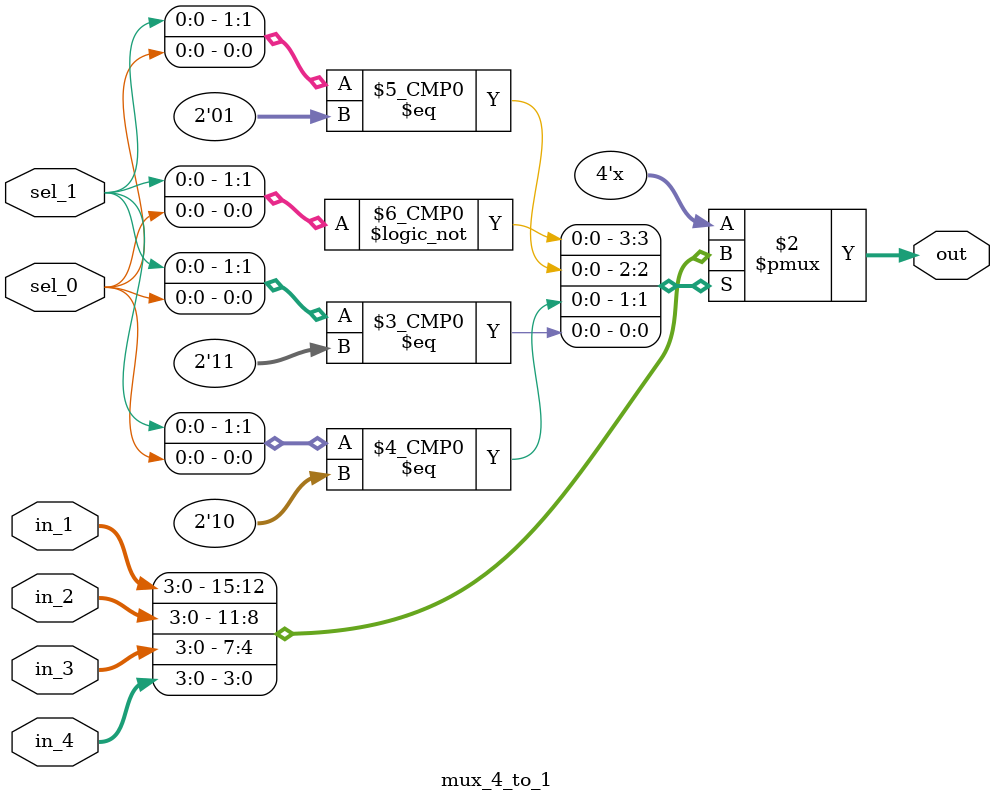
<source format=v>
module mux_4_to_1 #(parameter WIDTH=4) (
	input sel_0,sel_1,
	input [WIDTH-1:0] in_1 , in_2 , in_3 , in_4,
	output reg [WIDTH-1:0] out
);
always @(*) begin 
	case ({sel_1,sel_0})
		2'b00 : out=in_1 ;
		2'b01 : out=in_2 ;
		2'b10 : out=in_3 ;
		2'b11 : out=in_4 ;	
	endcase
end
endmodule 

</source>
